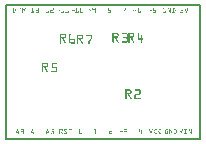
<source format=gto>
G04 MADE WITH FRITZING*
G04 WWW.FRITZING.ORG*
G04 DOUBLE SIDED*
G04 HOLES PLATED*
G04 CONTOUR ON CENTER OF CONTOUR VECTOR*
%ASAXBY*%
%FSLAX23Y23*%
%MOIN*%
%OFA0B0*%
%SFA1.0B1.0*%
%ADD10R,0.653543X0.456693X0.637543X0.440693*%
%ADD11C,0.008000*%
%ADD12R,0.001000X0.001000*%
%LNSILK1*%
G90*
G70*
G54D11*
X4Y453D02*
X650Y453D01*
X650Y4D01*
X4Y4D01*
X4Y453D01*
D02*
G54D12*
X26Y443D02*
X32Y443D01*
X42Y443D02*
X52Y443D01*
X58Y443D02*
X67Y443D01*
X87Y443D02*
X92Y443D01*
X103Y443D02*
X112Y443D01*
X136Y443D02*
X141Y443D01*
X152Y443D02*
X161Y443D01*
X186Y443D02*
X191Y443D01*
X202Y443D02*
X207Y443D01*
X236Y443D02*
X240Y443D01*
X253Y443D02*
X259Y443D01*
X293Y443D02*
X302Y443D01*
X347Y443D02*
X350Y443D01*
X393Y443D02*
X403Y443D01*
X444Y443D02*
X445Y443D01*
X495Y443D02*
X502Y443D01*
X532Y443D02*
X536Y443D01*
X543Y443D02*
X545Y443D01*
X552Y443D02*
X552Y443D01*
X559Y443D02*
X564Y443D01*
X586Y443D02*
X594Y443D01*
X600Y443D02*
X601Y443D01*
X609Y443D02*
X610Y443D01*
X27Y442D02*
X33Y442D01*
X42Y442D02*
X52Y442D01*
X58Y442D02*
X68Y442D01*
X86Y442D02*
X92Y442D01*
X103Y442D02*
X112Y442D01*
X136Y442D02*
X141Y442D01*
X152Y442D02*
X162Y442D01*
X186Y442D02*
X191Y442D01*
X202Y442D02*
X207Y442D01*
X235Y442D02*
X241Y442D01*
X252Y442D02*
X261Y442D01*
X292Y442D02*
X302Y442D01*
X346Y442D02*
X351Y442D01*
X393Y442D02*
X403Y442D01*
X443Y442D02*
X446Y442D01*
X495Y442D02*
X503Y442D01*
X530Y442D02*
X536Y442D01*
X543Y442D02*
X545Y442D01*
X551Y442D02*
X553Y442D01*
X559Y442D02*
X566Y442D01*
X586Y442D02*
X594Y442D01*
X600Y442D02*
X601Y442D01*
X609Y442D02*
X610Y442D01*
X28Y441D02*
X30Y441D01*
X32Y441D02*
X34Y441D01*
X42Y441D02*
X44Y441D01*
X47Y441D02*
X48Y441D01*
X51Y441D02*
X52Y441D01*
X58Y441D02*
X60Y441D01*
X67Y441D02*
X69Y441D01*
X90Y441D02*
X92Y441D01*
X111Y441D02*
X113Y441D01*
X140Y441D02*
X141Y441D01*
X160Y441D02*
X162Y441D01*
X190Y441D02*
X191Y441D01*
X206Y441D02*
X207Y441D01*
X236Y441D02*
X241Y441D01*
X251Y441D02*
X261Y441D01*
X292Y441D02*
X294Y441D01*
X301Y441D02*
X302Y441D01*
X345Y441D02*
X351Y441D01*
X393Y441D02*
X394Y441D01*
X401Y441D02*
X403Y441D01*
X443Y441D02*
X445Y441D01*
X495Y441D02*
X496Y441D01*
X530Y441D02*
X532Y441D01*
X543Y441D02*
X546Y441D01*
X551Y441D02*
X553Y441D01*
X561Y441D02*
X566Y441D01*
X586Y441D02*
X587Y441D01*
X600Y441D02*
X601Y441D01*
X609Y441D02*
X610Y441D01*
X28Y440D02*
X30Y440D01*
X33Y440D02*
X34Y440D01*
X43Y440D02*
X43Y440D01*
X47Y440D02*
X48Y440D01*
X52Y440D02*
X52Y440D01*
X58Y440D02*
X60Y440D01*
X67Y440D02*
X69Y440D01*
X91Y440D02*
X92Y440D01*
X111Y440D02*
X113Y440D01*
X140Y440D02*
X141Y440D01*
X161Y440D02*
X162Y440D01*
X190Y440D02*
X191Y440D01*
X206Y440D02*
X207Y440D01*
X239Y440D02*
X241Y440D01*
X251Y440D02*
X252Y440D01*
X260Y440D02*
X261Y440D01*
X292Y440D02*
X293Y440D01*
X301Y440D02*
X302Y440D01*
X345Y440D02*
X347Y440D01*
X350Y440D02*
X351Y440D01*
X402Y440D02*
X403Y440D01*
X443Y440D02*
X445Y440D01*
X495Y440D02*
X496Y440D01*
X529Y440D02*
X531Y440D01*
X543Y440D02*
X546Y440D01*
X551Y440D02*
X553Y440D01*
X561Y440D02*
X562Y440D01*
X565Y440D02*
X567Y440D01*
X586Y440D02*
X587Y440D01*
X600Y440D02*
X601Y440D01*
X609Y440D02*
X610Y440D01*
X28Y439D02*
X30Y439D01*
X33Y439D02*
X35Y439D01*
X47Y439D02*
X48Y439D01*
X58Y439D02*
X60Y439D01*
X67Y439D02*
X69Y439D01*
X91Y439D02*
X92Y439D01*
X111Y439D02*
X113Y439D01*
X140Y439D02*
X141Y439D01*
X161Y439D02*
X162Y439D01*
X190Y439D02*
X191Y439D01*
X206Y439D02*
X207Y439D01*
X239Y439D02*
X241Y439D01*
X251Y439D02*
X252Y439D01*
X260Y439D02*
X261Y439D01*
X292Y439D02*
X293Y439D01*
X301Y439D02*
X302Y439D01*
X345Y439D02*
X347Y439D01*
X350Y439D02*
X351Y439D01*
X402Y439D02*
X403Y439D01*
X443Y439D02*
X445Y439D01*
X495Y439D02*
X496Y439D01*
X528Y439D02*
X530Y439D01*
X543Y439D02*
X546Y439D01*
X551Y439D02*
X553Y439D01*
X561Y439D02*
X562Y439D01*
X566Y439D02*
X567Y439D01*
X586Y439D02*
X587Y439D01*
X600Y439D02*
X601Y439D01*
X609Y439D02*
X610Y439D01*
X28Y438D02*
X30Y438D01*
X34Y438D02*
X35Y438D01*
X47Y438D02*
X48Y438D01*
X58Y438D02*
X68Y438D01*
X91Y438D02*
X92Y438D01*
X111Y438D02*
X113Y438D01*
X140Y438D02*
X141Y438D01*
X161Y438D02*
X162Y438D01*
X190Y438D02*
X191Y438D01*
X206Y438D02*
X207Y438D01*
X239Y438D02*
X241Y438D01*
X251Y438D02*
X252Y438D01*
X260Y438D02*
X261Y438D01*
X292Y438D02*
X293Y438D01*
X301Y438D02*
X302Y438D01*
X345Y438D02*
X347Y438D01*
X350Y438D02*
X351Y438D01*
X402Y438D02*
X403Y438D01*
X443Y438D02*
X445Y438D01*
X495Y438D02*
X496Y438D01*
X527Y438D02*
X529Y438D01*
X543Y438D02*
X547Y438D01*
X551Y438D02*
X553Y438D01*
X561Y438D02*
X562Y438D01*
X566Y438D02*
X568Y438D01*
X586Y438D02*
X587Y438D01*
X600Y438D02*
X602Y438D01*
X609Y438D02*
X610Y438D01*
X28Y437D02*
X30Y437D01*
X34Y437D02*
X36Y437D01*
X47Y437D02*
X48Y437D01*
X58Y437D02*
X68Y437D01*
X91Y437D02*
X92Y437D01*
X111Y437D02*
X113Y437D01*
X140Y437D02*
X141Y437D01*
X161Y437D02*
X162Y437D01*
X176Y437D02*
X178Y437D01*
X190Y437D02*
X191Y437D01*
X206Y437D02*
X207Y437D01*
X239Y437D02*
X241Y437D01*
X251Y437D02*
X252Y437D01*
X260Y437D02*
X261Y437D01*
X280Y437D02*
X282Y437D01*
X292Y437D02*
X302Y437D01*
X345Y437D02*
X347Y437D01*
X350Y437D02*
X351Y437D01*
X401Y437D02*
X403Y437D01*
X443Y437D02*
X445Y437D01*
X495Y437D02*
X496Y437D01*
X527Y437D02*
X528Y437D01*
X543Y437D02*
X544Y437D01*
X546Y437D02*
X547Y437D01*
X551Y437D02*
X553Y437D01*
X561Y437D02*
X562Y437D01*
X567Y437D02*
X568Y437D01*
X586Y437D02*
X587Y437D01*
X601Y437D02*
X602Y437D01*
X608Y437D02*
X610Y437D01*
X28Y436D02*
X30Y436D01*
X35Y436D02*
X36Y436D01*
X47Y436D02*
X48Y436D01*
X58Y436D02*
X66Y436D01*
X91Y436D02*
X92Y436D01*
X111Y436D02*
X113Y436D01*
X140Y436D02*
X141Y436D01*
X161Y436D02*
X162Y436D01*
X174Y436D02*
X181Y436D01*
X183Y436D02*
X184Y436D01*
X190Y436D02*
X191Y436D01*
X206Y436D02*
X207Y436D01*
X226Y436D02*
X229Y436D01*
X239Y436D02*
X241Y436D01*
X251Y436D02*
X252Y436D01*
X260Y436D02*
X261Y436D01*
X278Y436D02*
X285Y436D01*
X287Y436D02*
X288Y436D01*
X292Y436D02*
X302Y436D01*
X345Y436D02*
X347Y436D01*
X350Y436D02*
X351Y436D01*
X400Y436D02*
X402Y436D01*
X429Y436D02*
X434Y436D01*
X439Y436D02*
X439Y436D01*
X443Y436D02*
X445Y436D01*
X480Y436D02*
X485Y436D01*
X489Y436D02*
X490Y436D01*
X495Y436D02*
X496Y436D01*
X527Y436D02*
X528Y436D01*
X543Y436D02*
X544Y436D01*
X546Y436D02*
X548Y436D01*
X551Y436D02*
X553Y436D01*
X561Y436D02*
X562Y436D01*
X567Y436D02*
X569Y436D01*
X586Y436D02*
X592Y436D01*
X601Y436D02*
X603Y436D01*
X608Y436D02*
X609Y436D01*
X28Y435D02*
X30Y435D01*
X35Y435D02*
X36Y435D01*
X47Y435D02*
X48Y435D01*
X58Y435D02*
X60Y435D01*
X63Y435D02*
X64Y435D01*
X91Y435D02*
X92Y435D01*
X105Y435D02*
X112Y435D01*
X140Y435D02*
X141Y435D01*
X153Y435D02*
X162Y435D01*
X174Y435D02*
X175Y435D01*
X178Y435D02*
X184Y435D01*
X190Y435D02*
X191Y435D01*
X206Y435D02*
X207Y435D01*
X225Y435D02*
X235Y435D01*
X239Y435D02*
X241Y435D01*
X251Y435D02*
X252Y435D01*
X260Y435D02*
X261Y435D01*
X278Y435D02*
X279Y435D01*
X282Y435D02*
X288Y435D01*
X301Y435D02*
X302Y435D01*
X344Y435D02*
X352Y435D01*
X399Y435D02*
X401Y435D01*
X429Y435D02*
X439Y435D01*
X443Y435D02*
X445Y435D01*
X480Y435D02*
X490Y435D01*
X495Y435D02*
X502Y435D01*
X526Y435D02*
X528Y435D01*
X543Y435D02*
X544Y435D01*
X547Y435D02*
X548Y435D01*
X551Y435D02*
X553Y435D01*
X561Y435D02*
X562Y435D01*
X568Y435D02*
X569Y435D01*
X586Y435D02*
X594Y435D01*
X602Y435D02*
X603Y435D01*
X607Y435D02*
X609Y435D01*
X28Y434D02*
X30Y434D01*
X35Y434D02*
X36Y434D01*
X47Y434D02*
X48Y434D01*
X58Y434D02*
X60Y434D01*
X63Y434D02*
X65Y434D01*
X91Y434D02*
X92Y434D01*
X105Y434D02*
X112Y434D01*
X140Y434D02*
X141Y434D01*
X152Y434D02*
X161Y434D01*
X181Y434D02*
X183Y434D01*
X190Y434D02*
X191Y434D01*
X206Y434D02*
X207Y434D01*
X224Y434D02*
X225Y434D01*
X229Y434D02*
X234Y434D01*
X239Y434D02*
X241Y434D01*
X251Y434D02*
X252Y434D01*
X260Y434D02*
X261Y434D01*
X285Y434D02*
X286Y434D01*
X301Y434D02*
X302Y434D01*
X343Y434D02*
X353Y434D01*
X398Y434D02*
X400Y434D01*
X429Y434D02*
X429Y434D01*
X435Y434D02*
X438Y434D01*
X443Y434D02*
X445Y434D01*
X485Y434D02*
X489Y434D01*
X495Y434D02*
X503Y434D01*
X526Y434D02*
X528Y434D01*
X543Y434D02*
X544Y434D01*
X547Y434D02*
X549Y434D01*
X551Y434D02*
X553Y434D01*
X561Y434D02*
X562Y434D01*
X567Y434D02*
X569Y434D01*
X586Y434D02*
X594Y434D01*
X602Y434D02*
X603Y434D01*
X607Y434D02*
X609Y434D01*
X28Y433D02*
X30Y433D01*
X34Y433D02*
X36Y433D01*
X47Y433D02*
X48Y433D01*
X58Y433D02*
X60Y433D01*
X64Y433D02*
X66Y433D01*
X91Y433D02*
X92Y433D01*
X95Y433D02*
X96Y433D01*
X111Y433D02*
X113Y433D01*
X140Y433D02*
X141Y433D01*
X145Y433D02*
X146Y433D01*
X152Y433D02*
X153Y433D01*
X190Y433D02*
X191Y433D01*
X194Y433D02*
X196Y433D01*
X206Y433D02*
X207Y433D01*
X211Y433D02*
X212Y433D01*
X232Y433D02*
X232Y433D01*
X239Y433D02*
X241Y433D01*
X244Y433D02*
X245Y433D01*
X251Y433D02*
X252Y433D01*
X260Y433D02*
X261Y433D01*
X301Y433D02*
X302Y433D01*
X343Y433D02*
X345Y433D01*
X352Y433D02*
X353Y433D01*
X397Y433D02*
X399Y433D01*
X443Y433D02*
X453Y433D01*
X501Y433D02*
X503Y433D01*
X526Y433D02*
X528Y433D01*
X532Y433D02*
X537Y433D01*
X543Y433D02*
X544Y433D01*
X548Y433D02*
X549Y433D01*
X551Y433D02*
X553Y433D01*
X561Y433D02*
X562Y433D01*
X567Y433D02*
X569Y433D01*
X593Y433D02*
X594Y433D01*
X602Y433D02*
X604Y433D01*
X607Y433D02*
X608Y433D01*
X28Y432D02*
X30Y432D01*
X34Y432D02*
X35Y432D01*
X47Y432D02*
X48Y432D01*
X58Y432D02*
X60Y432D01*
X65Y432D02*
X66Y432D01*
X91Y432D02*
X92Y432D01*
X95Y432D02*
X97Y432D01*
X111Y432D02*
X113Y432D01*
X140Y432D02*
X141Y432D01*
X145Y432D02*
X146Y432D01*
X152Y432D02*
X153Y432D01*
X190Y432D02*
X191Y432D01*
X194Y432D02*
X196Y432D01*
X206Y432D02*
X207Y432D01*
X211Y432D02*
X212Y432D01*
X239Y432D02*
X241Y432D01*
X244Y432D02*
X245Y432D01*
X251Y432D02*
X252Y432D01*
X260Y432D02*
X261Y432D01*
X301Y432D02*
X302Y432D01*
X343Y432D02*
X344Y432D01*
X352Y432D02*
X353Y432D01*
X397Y432D02*
X398Y432D01*
X443Y432D02*
X454Y432D01*
X501Y432D02*
X503Y432D01*
X526Y432D02*
X528Y432D01*
X532Y432D02*
X537Y432D01*
X543Y432D02*
X544Y432D01*
X548Y432D02*
X553Y432D01*
X561Y432D02*
X562Y432D01*
X567Y432D02*
X568Y432D01*
X593Y432D02*
X594Y432D01*
X603Y432D02*
X604Y432D01*
X606Y432D02*
X608Y432D01*
X28Y431D02*
X30Y431D01*
X33Y431D02*
X35Y431D01*
X47Y431D02*
X48Y431D01*
X58Y431D02*
X60Y431D01*
X65Y431D02*
X67Y431D01*
X91Y431D02*
X92Y431D01*
X95Y431D02*
X97Y431D01*
X111Y431D02*
X113Y431D01*
X140Y431D02*
X141Y431D01*
X145Y431D02*
X146Y431D01*
X152Y431D02*
X153Y431D01*
X190Y431D02*
X191Y431D01*
X194Y431D02*
X196Y431D01*
X206Y431D02*
X207Y431D01*
X211Y431D02*
X212Y431D01*
X239Y431D02*
X241Y431D01*
X244Y431D02*
X245Y431D01*
X251Y431D02*
X252Y431D01*
X260Y431D02*
X261Y431D01*
X301Y431D02*
X302Y431D01*
X343Y431D02*
X344Y431D01*
X352Y431D02*
X353Y431D01*
X397Y431D02*
X398Y431D01*
X443Y431D02*
X445Y431D01*
X452Y431D02*
X454Y431D01*
X501Y431D02*
X503Y431D01*
X526Y431D02*
X528Y431D01*
X535Y431D02*
X537Y431D01*
X543Y431D02*
X544Y431D01*
X548Y431D02*
X553Y431D01*
X561Y431D02*
X562Y431D01*
X566Y431D02*
X568Y431D01*
X593Y431D02*
X594Y431D01*
X603Y431D02*
X607Y431D01*
X28Y430D02*
X30Y430D01*
X33Y430D02*
X34Y430D01*
X47Y430D02*
X48Y430D01*
X58Y430D02*
X60Y430D01*
X66Y430D02*
X67Y430D01*
X91Y430D02*
X92Y430D01*
X95Y430D02*
X97Y430D01*
X111Y430D02*
X113Y430D01*
X140Y430D02*
X141Y430D01*
X145Y430D02*
X146Y430D01*
X152Y430D02*
X153Y430D01*
X190Y430D02*
X191Y430D01*
X194Y430D02*
X196Y430D01*
X206Y430D02*
X207Y430D01*
X211Y430D02*
X212Y430D01*
X239Y430D02*
X241Y430D01*
X244Y430D02*
X245Y430D01*
X251Y430D02*
X252Y430D01*
X260Y430D02*
X261Y430D01*
X301Y430D02*
X302Y430D01*
X343Y430D02*
X344Y430D01*
X352Y430D02*
X353Y430D01*
X397Y430D02*
X398Y430D01*
X443Y430D02*
X445Y430D01*
X452Y430D02*
X454Y430D01*
X501Y430D02*
X503Y430D01*
X526Y430D02*
X528Y430D01*
X535Y430D02*
X537Y430D01*
X543Y430D02*
X544Y430D01*
X549Y430D02*
X553Y430D01*
X561Y430D02*
X562Y430D01*
X566Y430D02*
X567Y430D01*
X593Y430D02*
X594Y430D01*
X603Y430D02*
X607Y430D01*
X28Y429D02*
X30Y429D01*
X32Y429D02*
X34Y429D01*
X47Y429D02*
X48Y429D01*
X58Y429D02*
X60Y429D01*
X66Y429D02*
X68Y429D01*
X91Y429D02*
X92Y429D01*
X95Y429D02*
X97Y429D01*
X111Y429D02*
X113Y429D01*
X140Y429D02*
X141Y429D01*
X145Y429D02*
X146Y429D01*
X152Y429D02*
X153Y429D01*
X190Y429D02*
X191Y429D01*
X194Y429D02*
X196Y429D01*
X206Y429D02*
X207Y429D01*
X211Y429D02*
X212Y429D01*
X239Y429D02*
X241Y429D01*
X244Y429D02*
X245Y429D01*
X251Y429D02*
X252Y429D01*
X260Y429D02*
X261Y429D01*
X301Y429D02*
X302Y429D01*
X343Y429D02*
X344Y429D01*
X352Y429D02*
X353Y429D01*
X397Y429D02*
X398Y429D01*
X443Y429D02*
X445Y429D01*
X452Y429D02*
X454Y429D01*
X501Y429D02*
X503Y429D01*
X526Y429D02*
X528Y429D01*
X535Y429D02*
X537Y429D01*
X543Y429D02*
X544Y429D01*
X549Y429D02*
X553Y429D01*
X561Y429D02*
X562Y429D01*
X565Y429D02*
X567Y429D01*
X584Y429D02*
X585Y429D01*
X593Y429D02*
X594Y429D01*
X604Y429D02*
X607Y429D01*
X26Y428D02*
X33Y428D01*
X47Y428D02*
X48Y428D01*
X58Y428D02*
X60Y428D01*
X67Y428D02*
X68Y428D01*
X87Y428D02*
X97Y428D01*
X103Y428D02*
X113Y428D01*
X137Y428D02*
X146Y428D01*
X152Y428D02*
X161Y428D01*
X186Y428D02*
X196Y428D01*
X202Y428D02*
X212Y428D01*
X239Y428D02*
X241Y428D01*
X244Y428D02*
X245Y428D01*
X251Y428D02*
X253Y428D01*
X260Y428D02*
X261Y428D01*
X301Y428D02*
X302Y428D01*
X343Y428D02*
X345Y428D01*
X352Y428D02*
X353Y428D01*
X397Y428D02*
X398Y428D01*
X443Y428D02*
X454Y428D01*
X493Y428D02*
X503Y428D01*
X527Y428D02*
X536Y428D01*
X543Y428D02*
X544Y428D01*
X550Y428D02*
X553Y428D01*
X560Y428D02*
X566Y428D01*
X584Y428D02*
X594Y428D01*
X604Y428D02*
X606Y428D01*
X26Y427D02*
X32Y427D01*
X47Y427D02*
X48Y427D01*
X59Y427D02*
X59Y427D01*
X67Y427D02*
X68Y427D01*
X86Y427D02*
X96Y427D01*
X103Y427D02*
X112Y427D01*
X136Y427D02*
X146Y427D01*
X152Y427D02*
X162Y427D01*
X186Y427D02*
X196Y427D01*
X202Y427D02*
X212Y427D01*
X235Y427D02*
X245Y427D01*
X251Y427D02*
X261Y427D01*
X300Y427D02*
X302Y427D01*
X343Y427D02*
X353Y427D01*
X397Y427D02*
X398Y427D01*
X443Y427D02*
X453Y427D01*
X493Y427D02*
X502Y427D01*
X527Y427D02*
X536Y427D01*
X543Y427D02*
X544Y427D01*
X550Y427D02*
X553Y427D01*
X559Y427D02*
X566Y427D01*
X585Y427D02*
X593Y427D01*
X605Y427D02*
X606Y427D01*
X87Y426D02*
X96Y426D01*
X103Y426D02*
X111Y426D01*
X136Y426D02*
X145Y426D01*
X152Y426D02*
X161Y426D01*
X187Y426D02*
X194Y426D01*
X203Y426D02*
X211Y426D01*
X235Y426D02*
X245Y426D01*
X252Y426D02*
X260Y426D01*
X301Y426D02*
X301Y426D01*
X344Y426D02*
X352Y426D01*
X444Y426D02*
X453Y426D01*
X495Y426D02*
X501Y426D01*
X529Y426D02*
X534Y426D01*
X543Y426D02*
X543Y426D01*
X551Y426D02*
X553Y426D01*
X559Y426D02*
X564Y426D01*
X360Y358D02*
X375Y358D01*
X390Y358D02*
X407Y358D01*
X412Y358D02*
X427Y358D01*
X444Y358D02*
X445Y358D01*
X359Y357D02*
X377Y357D01*
X390Y357D02*
X408Y357D01*
X412Y357D02*
X429Y357D01*
X443Y357D02*
X446Y357D01*
X184Y356D02*
X197Y356D01*
X216Y356D02*
X217Y356D01*
X359Y356D02*
X378Y356D01*
X390Y356D02*
X409Y356D01*
X412Y356D02*
X430Y356D01*
X443Y356D02*
X446Y356D01*
X184Y355D02*
X201Y355D01*
X214Y355D02*
X219Y355D01*
X359Y355D02*
X378Y355D01*
X390Y355D02*
X409Y355D01*
X412Y355D02*
X430Y355D01*
X443Y355D02*
X446Y355D01*
X184Y354D02*
X202Y354D01*
X214Y354D02*
X219Y354D01*
X359Y354D02*
X363Y354D01*
X375Y354D02*
X379Y354D01*
X406Y354D02*
X409Y354D01*
X412Y354D02*
X415Y354D01*
X426Y354D02*
X431Y354D01*
X443Y354D02*
X446Y354D01*
X456Y354D02*
X458Y354D01*
X184Y353D02*
X203Y353D01*
X214Y353D02*
X219Y353D01*
X359Y353D02*
X363Y353D01*
X376Y353D02*
X379Y353D01*
X406Y353D02*
X409Y353D01*
X412Y353D02*
X415Y353D01*
X428Y353D02*
X431Y353D01*
X443Y353D02*
X446Y353D01*
X455Y353D02*
X458Y353D01*
X184Y352D02*
X203Y352D01*
X214Y352D02*
X218Y352D01*
X241Y352D02*
X257Y352D01*
X272Y352D02*
X291Y352D01*
X359Y352D02*
X363Y352D01*
X376Y352D02*
X379Y352D01*
X406Y352D02*
X409Y352D01*
X412Y352D02*
X415Y352D01*
X428Y352D02*
X431Y352D01*
X443Y352D02*
X446Y352D01*
X455Y352D02*
X458Y352D01*
X184Y351D02*
X187Y351D01*
X200Y351D02*
X204Y351D01*
X214Y351D02*
X217Y351D01*
X241Y351D02*
X259Y351D01*
X271Y351D02*
X291Y351D01*
X359Y351D02*
X363Y351D01*
X376Y351D02*
X379Y351D01*
X406Y351D02*
X409Y351D01*
X412Y351D02*
X415Y351D01*
X428Y351D02*
X431Y351D01*
X443Y351D02*
X446Y351D01*
X455Y351D02*
X458Y351D01*
X184Y350D02*
X187Y350D01*
X200Y350D02*
X204Y350D01*
X214Y350D02*
X217Y350D01*
X241Y350D02*
X260Y350D01*
X271Y350D02*
X291Y350D01*
X359Y350D02*
X363Y350D01*
X376Y350D02*
X379Y350D01*
X406Y350D02*
X409Y350D01*
X412Y350D02*
X415Y350D01*
X428Y350D02*
X431Y350D01*
X443Y350D02*
X446Y350D01*
X455Y350D02*
X458Y350D01*
X184Y349D02*
X187Y349D01*
X200Y349D02*
X204Y349D01*
X214Y349D02*
X217Y349D01*
X241Y349D02*
X260Y349D01*
X271Y349D02*
X291Y349D01*
X359Y349D02*
X363Y349D01*
X376Y349D02*
X379Y349D01*
X406Y349D02*
X409Y349D01*
X412Y349D02*
X415Y349D01*
X428Y349D02*
X431Y349D01*
X443Y349D02*
X446Y349D01*
X455Y349D02*
X458Y349D01*
X184Y348D02*
X187Y348D01*
X200Y348D02*
X204Y348D01*
X214Y348D02*
X217Y348D01*
X241Y348D02*
X244Y348D01*
X257Y348D02*
X261Y348D01*
X271Y348D02*
X274Y348D01*
X288Y348D02*
X291Y348D01*
X359Y348D02*
X363Y348D01*
X375Y348D02*
X379Y348D01*
X406Y348D02*
X409Y348D01*
X412Y348D02*
X415Y348D01*
X427Y348D02*
X431Y348D01*
X443Y348D02*
X446Y348D01*
X455Y348D02*
X458Y348D01*
X184Y347D02*
X187Y347D01*
X200Y347D02*
X204Y347D01*
X214Y347D02*
X217Y347D01*
X241Y347D02*
X244Y347D01*
X258Y347D02*
X261Y347D01*
X273Y347D02*
X273Y347D01*
X288Y347D02*
X291Y347D01*
X359Y347D02*
X378Y347D01*
X406Y347D02*
X409Y347D01*
X412Y347D02*
X431Y347D01*
X443Y347D02*
X446Y347D01*
X455Y347D02*
X458Y347D01*
X184Y346D02*
X187Y346D01*
X200Y346D02*
X203Y346D01*
X214Y346D02*
X217Y346D01*
X241Y346D02*
X244Y346D01*
X258Y346D02*
X261Y346D01*
X288Y346D02*
X291Y346D01*
X359Y346D02*
X378Y346D01*
X406Y346D02*
X409Y346D01*
X412Y346D02*
X430Y346D01*
X443Y346D02*
X446Y346D01*
X455Y346D02*
X458Y346D01*
X184Y345D02*
X203Y345D01*
X214Y345D02*
X217Y345D01*
X241Y345D02*
X244Y345D01*
X258Y345D02*
X261Y345D01*
X288Y345D02*
X291Y345D01*
X359Y345D02*
X377Y345D01*
X405Y345D02*
X409Y345D01*
X412Y345D02*
X429Y345D01*
X443Y345D02*
X446Y345D01*
X455Y345D02*
X458Y345D01*
X184Y344D02*
X202Y344D01*
X214Y344D02*
X217Y344D01*
X241Y344D02*
X244Y344D01*
X258Y344D02*
X261Y344D01*
X288Y344D02*
X291Y344D01*
X359Y344D02*
X375Y344D01*
X395Y344D02*
X409Y344D01*
X412Y344D02*
X427Y344D01*
X443Y344D02*
X446Y344D01*
X455Y344D02*
X458Y344D01*
X184Y343D02*
X202Y343D01*
X214Y343D02*
X217Y343D01*
X241Y343D02*
X244Y343D01*
X257Y343D02*
X261Y343D01*
X288Y343D02*
X291Y343D01*
X359Y343D02*
X363Y343D01*
X367Y343D02*
X371Y343D01*
X394Y343D02*
X408Y343D01*
X412Y343D02*
X415Y343D01*
X419Y343D02*
X423Y343D01*
X443Y343D02*
X446Y343D01*
X455Y343D02*
X458Y343D01*
X184Y342D02*
X200Y342D01*
X214Y342D02*
X217Y342D01*
X241Y342D02*
X260Y342D01*
X288Y342D02*
X291Y342D01*
X359Y342D02*
X363Y342D01*
X367Y342D02*
X371Y342D01*
X394Y342D02*
X408Y342D01*
X412Y342D02*
X415Y342D01*
X420Y342D02*
X423Y342D01*
X443Y342D02*
X446Y342D01*
X455Y342D02*
X458Y342D01*
X184Y341D02*
X187Y341D01*
X191Y341D02*
X195Y341D01*
X214Y341D02*
X217Y341D01*
X241Y341D02*
X260Y341D01*
X287Y341D02*
X291Y341D01*
X359Y341D02*
X363Y341D01*
X368Y341D02*
X372Y341D01*
X394Y341D02*
X408Y341D01*
X412Y341D02*
X415Y341D01*
X420Y341D02*
X424Y341D01*
X443Y341D02*
X446Y341D01*
X455Y341D02*
X458Y341D01*
X184Y340D02*
X187Y340D01*
X192Y340D02*
X196Y340D01*
X214Y340D02*
X217Y340D01*
X241Y340D02*
X259Y340D01*
X286Y340D02*
X291Y340D01*
X359Y340D02*
X363Y340D01*
X369Y340D02*
X373Y340D01*
X404Y340D02*
X409Y340D01*
X412Y340D02*
X415Y340D01*
X421Y340D02*
X425Y340D01*
X443Y340D02*
X460Y340D01*
X184Y339D02*
X187Y339D01*
X192Y339D02*
X196Y339D01*
X214Y339D02*
X217Y339D01*
X241Y339D02*
X258Y339D01*
X285Y339D02*
X291Y339D01*
X359Y339D02*
X363Y339D01*
X369Y339D02*
X373Y339D01*
X406Y339D02*
X409Y339D01*
X412Y339D02*
X415Y339D01*
X421Y339D02*
X425Y339D01*
X443Y339D02*
X460Y339D01*
X184Y338D02*
X187Y338D01*
X193Y338D02*
X197Y338D01*
X214Y338D02*
X233Y338D01*
X241Y338D02*
X255Y338D01*
X284Y338D02*
X290Y338D01*
X359Y338D02*
X363Y338D01*
X370Y338D02*
X374Y338D01*
X406Y338D02*
X409Y338D01*
X412Y338D02*
X415Y338D01*
X422Y338D02*
X426Y338D01*
X443Y338D02*
X460Y338D01*
X184Y337D02*
X187Y337D01*
X193Y337D02*
X197Y337D01*
X214Y337D02*
X233Y337D01*
X241Y337D02*
X244Y337D01*
X249Y337D02*
X253Y337D01*
X283Y337D02*
X288Y337D01*
X359Y337D02*
X363Y337D01*
X370Y337D02*
X374Y337D01*
X406Y337D02*
X409Y337D01*
X412Y337D02*
X415Y337D01*
X422Y337D02*
X426Y337D01*
X443Y337D02*
X460Y337D01*
X184Y336D02*
X187Y336D01*
X194Y336D02*
X198Y336D01*
X214Y336D02*
X234Y336D01*
X241Y336D02*
X244Y336D01*
X249Y336D02*
X253Y336D01*
X282Y336D02*
X287Y336D01*
X359Y336D02*
X363Y336D01*
X371Y336D02*
X375Y336D01*
X406Y336D02*
X409Y336D01*
X412Y336D02*
X415Y336D01*
X423Y336D02*
X427Y336D01*
X455Y336D02*
X458Y336D01*
X184Y335D02*
X187Y335D01*
X195Y335D02*
X199Y335D01*
X214Y335D02*
X234Y335D01*
X241Y335D02*
X244Y335D01*
X250Y335D02*
X254Y335D01*
X281Y335D02*
X286Y335D01*
X359Y335D02*
X363Y335D01*
X372Y335D02*
X375Y335D01*
X406Y335D02*
X409Y335D01*
X412Y335D02*
X415Y335D01*
X424Y335D02*
X428Y335D01*
X455Y335D02*
X458Y335D01*
X184Y334D02*
X187Y334D01*
X195Y334D02*
X199Y334D01*
X214Y334D02*
X217Y334D01*
X230Y334D02*
X234Y334D01*
X241Y334D02*
X244Y334D01*
X251Y334D02*
X254Y334D01*
X280Y334D02*
X285Y334D01*
X359Y334D02*
X363Y334D01*
X372Y334D02*
X376Y334D01*
X406Y334D02*
X409Y334D01*
X412Y334D02*
X415Y334D01*
X424Y334D02*
X428Y334D01*
X455Y334D02*
X458Y334D01*
X184Y333D02*
X187Y333D01*
X196Y333D02*
X200Y333D01*
X214Y333D02*
X217Y333D01*
X230Y333D02*
X234Y333D01*
X241Y333D02*
X244Y333D01*
X251Y333D02*
X255Y333D01*
X279Y333D02*
X284Y333D01*
X359Y333D02*
X363Y333D01*
X373Y333D02*
X377Y333D01*
X406Y333D02*
X409Y333D01*
X412Y333D02*
X415Y333D01*
X425Y333D02*
X429Y333D01*
X455Y333D02*
X458Y333D01*
X184Y332D02*
X187Y332D01*
X196Y332D02*
X200Y332D01*
X214Y332D02*
X217Y332D01*
X230Y332D02*
X234Y332D01*
X241Y332D02*
X244Y332D01*
X252Y332D02*
X256Y332D01*
X279Y332D02*
X283Y332D01*
X359Y332D02*
X363Y332D01*
X373Y332D02*
X377Y332D01*
X406Y332D02*
X409Y332D01*
X412Y332D02*
X415Y332D01*
X425Y332D02*
X429Y332D01*
X455Y332D02*
X458Y332D01*
X184Y331D02*
X187Y331D01*
X197Y331D02*
X201Y331D01*
X214Y331D02*
X217Y331D01*
X230Y331D02*
X234Y331D01*
X241Y331D02*
X244Y331D01*
X252Y331D02*
X256Y331D01*
X279Y331D02*
X283Y331D01*
X359Y331D02*
X363Y331D01*
X374Y331D02*
X378Y331D01*
X406Y331D02*
X409Y331D01*
X412Y331D02*
X415Y331D01*
X426Y331D02*
X430Y331D01*
X455Y331D02*
X458Y331D01*
X184Y330D02*
X187Y330D01*
X198Y330D02*
X201Y330D01*
X214Y330D02*
X217Y330D01*
X230Y330D02*
X234Y330D01*
X241Y330D02*
X244Y330D01*
X253Y330D02*
X257Y330D01*
X279Y330D02*
X283Y330D01*
X359Y330D02*
X363Y330D01*
X374Y330D02*
X378Y330D01*
X391Y330D02*
X409Y330D01*
X412Y330D02*
X415Y330D01*
X427Y330D02*
X430Y330D01*
X455Y330D02*
X458Y330D01*
X184Y329D02*
X187Y329D01*
X198Y329D02*
X202Y329D01*
X214Y329D02*
X217Y329D01*
X230Y329D02*
X234Y329D01*
X241Y329D02*
X244Y329D01*
X253Y329D02*
X257Y329D01*
X279Y329D02*
X283Y329D01*
X359Y329D02*
X363Y329D01*
X375Y329D02*
X379Y329D01*
X390Y329D02*
X409Y329D01*
X412Y329D02*
X415Y329D01*
X427Y329D02*
X431Y329D01*
X455Y329D02*
X458Y329D01*
X184Y328D02*
X187Y328D01*
X199Y328D02*
X203Y328D01*
X214Y328D02*
X217Y328D01*
X230Y328D02*
X234Y328D01*
X241Y328D02*
X244Y328D01*
X254Y328D02*
X258Y328D01*
X279Y328D02*
X283Y328D01*
X359Y328D02*
X363Y328D01*
X376Y328D02*
X379Y328D01*
X389Y328D02*
X408Y328D01*
X412Y328D02*
X415Y328D01*
X428Y328D02*
X431Y328D01*
X455Y328D02*
X458Y328D01*
X184Y327D02*
X187Y327D01*
X199Y327D02*
X203Y327D01*
X214Y327D02*
X234Y327D01*
X241Y327D02*
X244Y327D01*
X255Y327D02*
X259Y327D01*
X279Y327D02*
X283Y327D01*
X360Y327D02*
X362Y327D01*
X376Y327D02*
X379Y327D01*
X390Y327D02*
X408Y327D01*
X412Y327D02*
X415Y327D01*
X428Y327D02*
X431Y327D01*
X455Y327D02*
X458Y327D01*
X184Y326D02*
X187Y326D01*
X200Y326D02*
X204Y326D01*
X214Y326D02*
X234Y326D01*
X241Y326D02*
X244Y326D01*
X255Y326D02*
X259Y326D01*
X279Y326D02*
X283Y326D01*
X361Y326D02*
X361Y326D01*
X391Y326D02*
X405Y326D01*
X413Y326D02*
X413Y326D01*
X430Y326D02*
X430Y326D01*
X456Y326D02*
X457Y326D01*
X184Y325D02*
X187Y325D01*
X222Y325D02*
X233Y325D01*
X241Y325D02*
X244Y325D01*
X256Y325D02*
X260Y325D01*
X279Y325D02*
X283Y325D01*
X185Y324D02*
X186Y324D01*
X222Y324D02*
X233Y324D01*
X241Y324D02*
X244Y324D01*
X256Y324D02*
X260Y324D01*
X279Y324D02*
X283Y324D01*
X241Y323D02*
X244Y323D01*
X279Y323D02*
X283Y323D01*
X241Y322D02*
X244Y322D01*
X279Y322D02*
X282Y322D01*
X242Y321D02*
X244Y321D01*
X280Y321D02*
X282Y321D01*
X124Y259D02*
X139Y259D01*
X158Y259D02*
X172Y259D01*
X124Y258D02*
X141Y258D01*
X158Y258D02*
X173Y258D01*
X124Y257D02*
X142Y257D01*
X158Y257D02*
X173Y257D01*
X124Y256D02*
X143Y256D01*
X158Y256D02*
X173Y256D01*
X124Y255D02*
X127Y255D01*
X139Y255D02*
X143Y255D01*
X158Y255D02*
X161Y255D01*
X124Y254D02*
X127Y254D01*
X140Y254D02*
X143Y254D01*
X158Y254D02*
X161Y254D01*
X124Y253D02*
X127Y253D01*
X140Y253D02*
X143Y253D01*
X158Y253D02*
X161Y253D01*
X124Y252D02*
X127Y252D01*
X140Y252D02*
X143Y252D01*
X158Y252D02*
X161Y252D01*
X124Y251D02*
X127Y251D01*
X140Y251D02*
X143Y251D01*
X158Y251D02*
X161Y251D01*
X124Y250D02*
X127Y250D01*
X140Y250D02*
X143Y250D01*
X158Y250D02*
X161Y250D01*
X124Y249D02*
X127Y249D01*
X138Y249D02*
X143Y249D01*
X158Y249D02*
X161Y249D01*
X124Y248D02*
X142Y248D01*
X158Y248D02*
X161Y248D01*
X124Y247D02*
X142Y247D01*
X158Y247D02*
X161Y247D01*
X124Y246D02*
X141Y246D01*
X158Y246D02*
X161Y246D01*
X124Y245D02*
X139Y245D01*
X158Y245D02*
X171Y245D01*
X124Y244D02*
X127Y244D01*
X131Y244D02*
X135Y244D01*
X158Y244D02*
X172Y244D01*
X124Y243D02*
X127Y243D01*
X132Y243D02*
X136Y243D01*
X158Y243D02*
X173Y243D01*
X124Y242D02*
X127Y242D01*
X132Y242D02*
X136Y242D01*
X158Y242D02*
X173Y242D01*
X124Y241D02*
X127Y241D01*
X133Y241D02*
X137Y241D01*
X170Y241D02*
X173Y241D01*
X124Y240D02*
X127Y240D01*
X133Y240D02*
X137Y240D01*
X170Y240D02*
X173Y240D01*
X124Y239D02*
X127Y239D01*
X134Y239D02*
X138Y239D01*
X170Y239D02*
X173Y239D01*
X124Y238D02*
X127Y238D01*
X135Y238D02*
X138Y238D01*
X170Y238D02*
X173Y238D01*
X124Y237D02*
X127Y237D01*
X135Y237D02*
X139Y237D01*
X170Y237D02*
X173Y237D01*
X124Y236D02*
X127Y236D01*
X136Y236D02*
X140Y236D01*
X170Y236D02*
X173Y236D01*
X124Y235D02*
X127Y235D01*
X136Y235D02*
X140Y235D01*
X170Y235D02*
X173Y235D01*
X124Y234D02*
X127Y234D01*
X137Y234D02*
X141Y234D01*
X170Y234D02*
X173Y234D01*
X124Y233D02*
X127Y233D01*
X137Y233D02*
X141Y233D01*
X170Y233D02*
X173Y233D01*
X124Y232D02*
X127Y232D01*
X138Y232D02*
X142Y232D01*
X154Y232D02*
X157Y232D01*
X170Y232D02*
X173Y232D01*
X124Y231D02*
X127Y231D01*
X139Y231D02*
X143Y231D01*
X154Y231D02*
X173Y231D01*
X124Y230D02*
X127Y230D01*
X139Y230D02*
X143Y230D01*
X154Y230D02*
X173Y230D01*
X124Y229D02*
X127Y229D01*
X140Y229D02*
X143Y229D01*
X155Y229D02*
X173Y229D01*
X124Y228D02*
X126Y228D01*
X140Y228D02*
X143Y228D01*
X157Y228D02*
X172Y228D01*
X402Y170D02*
X418Y170D01*
X433Y170D02*
X449Y170D01*
X402Y169D02*
X419Y169D01*
X432Y169D02*
X451Y169D01*
X402Y168D02*
X420Y168D01*
X432Y168D02*
X451Y168D01*
X402Y167D02*
X421Y167D01*
X433Y167D02*
X452Y167D01*
X402Y166D02*
X406Y166D01*
X417Y166D02*
X422Y166D01*
X448Y166D02*
X452Y166D01*
X402Y165D02*
X405Y165D01*
X418Y165D02*
X422Y165D01*
X449Y165D02*
X452Y165D01*
X402Y164D02*
X405Y164D01*
X419Y164D02*
X422Y164D01*
X449Y164D02*
X452Y164D01*
X402Y163D02*
X405Y163D01*
X419Y163D02*
X422Y163D01*
X449Y163D02*
X452Y163D01*
X402Y162D02*
X405Y162D01*
X419Y162D02*
X422Y162D01*
X449Y162D02*
X452Y162D01*
X402Y161D02*
X405Y161D01*
X418Y161D02*
X422Y161D01*
X449Y161D02*
X452Y161D01*
X402Y160D02*
X406Y160D01*
X417Y160D02*
X422Y160D01*
X449Y160D02*
X452Y160D01*
X402Y159D02*
X421Y159D01*
X449Y159D02*
X452Y159D01*
X402Y158D02*
X420Y158D01*
X449Y158D02*
X452Y158D01*
X402Y157D02*
X419Y157D01*
X449Y157D02*
X452Y157D01*
X402Y156D02*
X418Y156D01*
X435Y156D02*
X452Y156D01*
X402Y155D02*
X405Y155D01*
X410Y155D02*
X414Y155D01*
X433Y155D02*
X452Y155D01*
X402Y154D02*
X405Y154D01*
X410Y154D02*
X414Y154D01*
X433Y154D02*
X451Y154D01*
X402Y153D02*
X405Y153D01*
X411Y153D02*
X415Y153D01*
X432Y153D02*
X450Y153D01*
X402Y152D02*
X405Y152D01*
X411Y152D02*
X415Y152D01*
X432Y152D02*
X436Y152D01*
X402Y151D02*
X405Y151D01*
X412Y151D02*
X416Y151D01*
X432Y151D02*
X435Y151D01*
X402Y150D02*
X405Y150D01*
X412Y150D02*
X416Y150D01*
X432Y150D02*
X435Y150D01*
X402Y149D02*
X405Y149D01*
X413Y149D02*
X417Y149D01*
X432Y149D02*
X435Y149D01*
X402Y148D02*
X405Y148D01*
X414Y148D02*
X418Y148D01*
X432Y148D02*
X435Y148D01*
X402Y147D02*
X405Y147D01*
X414Y147D02*
X418Y147D01*
X432Y147D02*
X435Y147D01*
X402Y146D02*
X405Y146D01*
X415Y146D02*
X419Y146D01*
X432Y146D02*
X435Y146D01*
X402Y145D02*
X405Y145D01*
X415Y145D02*
X419Y145D01*
X432Y145D02*
X435Y145D01*
X402Y144D02*
X405Y144D01*
X416Y144D02*
X420Y144D01*
X432Y144D02*
X435Y144D01*
X402Y143D02*
X405Y143D01*
X417Y143D02*
X421Y143D01*
X432Y143D02*
X435Y143D01*
X402Y142D02*
X405Y142D01*
X417Y142D02*
X421Y142D01*
X432Y142D02*
X450Y142D01*
X402Y141D02*
X405Y141D01*
X418Y141D02*
X422Y141D01*
X432Y141D02*
X452Y141D01*
X402Y140D02*
X405Y140D01*
X418Y140D02*
X422Y140D01*
X432Y140D02*
X452Y140D01*
X402Y139D02*
X405Y139D01*
X419Y139D02*
X422Y139D01*
X432Y139D02*
X452Y139D01*
X404Y138D02*
X404Y138D01*
X433Y138D02*
X450Y138D01*
X54Y39D02*
X61Y39D01*
X248Y39D02*
X256Y39D01*
X349Y39D02*
X357Y39D01*
X41Y38D02*
X42Y38D01*
X53Y38D02*
X62Y38D01*
X91Y38D02*
X92Y38D01*
X103Y38D02*
X104Y38D01*
X142Y38D02*
X143Y38D01*
X156Y38D02*
X164Y38D01*
X182Y38D02*
X191Y38D01*
X198Y38D02*
X206Y38D01*
X213Y38D02*
X222Y38D01*
X248Y38D02*
X257Y38D01*
X298Y38D02*
X303Y38D01*
X348Y38D02*
X358Y38D01*
X397Y38D02*
X407Y38D01*
X448Y38D02*
X449Y38D01*
X482Y38D02*
X483Y38D01*
X491Y38D02*
X491Y38D01*
X500Y38D02*
X506Y38D01*
X515Y38D02*
X521Y38D01*
X538Y38D02*
X543Y38D01*
X549Y38D02*
X551Y38D01*
X557Y38D02*
X558Y38D01*
X564Y38D02*
X570Y38D01*
X583Y38D02*
X584Y38D01*
X591Y38D02*
X592Y38D01*
X598Y38D02*
X607Y38D01*
X613Y38D02*
X615Y38D01*
X621Y38D02*
X622Y38D01*
X41Y37D02*
X42Y37D01*
X53Y37D02*
X63Y37D01*
X91Y37D02*
X92Y37D01*
X103Y37D02*
X104Y37D01*
X141Y37D02*
X143Y37D01*
X156Y37D02*
X163Y37D01*
X182Y37D02*
X192Y37D01*
X198Y37D02*
X207Y37D01*
X213Y37D02*
X222Y37D01*
X247Y37D02*
X249Y37D01*
X256Y37D02*
X258Y37D01*
X298Y37D02*
X303Y37D01*
X357Y37D02*
X358Y37D01*
X397Y37D02*
X407Y37D01*
X447Y37D02*
X449Y37D01*
X482Y37D02*
X483Y37D01*
X490Y37D02*
X492Y37D01*
X500Y37D02*
X506Y37D01*
X514Y37D02*
X520Y37D01*
X537Y37D02*
X543Y37D01*
X549Y37D02*
X551Y37D01*
X557Y37D02*
X558Y37D01*
X564Y37D02*
X570Y37D01*
X583Y37D02*
X584Y37D01*
X591Y37D02*
X592Y37D01*
X598Y37D02*
X606Y37D01*
X613Y37D02*
X615Y37D01*
X621Y37D02*
X622Y37D01*
X40Y36D02*
X43Y36D01*
X62Y36D02*
X63Y36D01*
X90Y36D02*
X93Y36D01*
X103Y36D02*
X104Y36D01*
X110Y36D02*
X111Y36D01*
X141Y36D02*
X144Y36D01*
X156Y36D02*
X157Y36D01*
X182Y36D02*
X184Y36D01*
X191Y36D02*
X192Y36D01*
X198Y36D02*
X199Y36D01*
X206Y36D02*
X207Y36D01*
X213Y36D02*
X214Y36D01*
X217Y36D02*
X218Y36D01*
X221Y36D02*
X222Y36D01*
X247Y36D02*
X249Y36D01*
X256Y36D02*
X258Y36D01*
X302Y36D02*
X303Y36D01*
X357Y36D02*
X358Y36D01*
X406Y36D02*
X407Y36D01*
X447Y36D02*
X449Y36D01*
X454Y36D02*
X455Y36D01*
X482Y36D02*
X483Y36D01*
X490Y36D02*
X492Y36D01*
X499Y36D02*
X500Y36D01*
X514Y36D02*
X515Y36D01*
X536Y36D02*
X538Y36D01*
X549Y36D02*
X552Y36D01*
X557Y36D02*
X558Y36D01*
X566Y36D02*
X567Y36D01*
X570Y36D02*
X571Y36D01*
X583Y36D02*
X584Y36D01*
X591Y36D02*
X592Y36D01*
X602Y36D02*
X603Y36D01*
X613Y36D02*
X616Y36D01*
X621Y36D02*
X622Y36D01*
X40Y35D02*
X43Y35D01*
X62Y35D02*
X63Y35D01*
X90Y35D02*
X93Y35D01*
X103Y35D02*
X104Y35D01*
X110Y35D02*
X111Y35D01*
X141Y35D02*
X144Y35D01*
X156Y35D02*
X157Y35D01*
X182Y35D02*
X184Y35D01*
X191Y35D02*
X192Y35D01*
X198Y35D02*
X200Y35D01*
X217Y35D02*
X218Y35D01*
X247Y35D02*
X249Y35D01*
X256Y35D02*
X258Y35D01*
X302Y35D02*
X303Y35D01*
X357Y35D02*
X358Y35D01*
X406Y35D02*
X407Y35D01*
X447Y35D02*
X449Y35D01*
X454Y35D02*
X455Y35D01*
X482Y35D02*
X483Y35D01*
X490Y35D02*
X492Y35D01*
X499Y35D02*
X500Y35D01*
X513Y35D02*
X515Y35D01*
X536Y35D02*
X537Y35D01*
X549Y35D02*
X552Y35D01*
X557Y35D02*
X558Y35D01*
X566Y35D02*
X567Y35D01*
X570Y35D02*
X571Y35D01*
X583Y35D02*
X584Y35D01*
X591Y35D02*
X592Y35D01*
X602Y35D02*
X603Y35D01*
X613Y35D02*
X616Y35D01*
X621Y35D02*
X622Y35D01*
X40Y34D02*
X43Y34D01*
X62Y34D02*
X63Y34D01*
X90Y34D02*
X93Y34D01*
X103Y34D02*
X104Y34D01*
X110Y34D02*
X111Y34D01*
X141Y34D02*
X144Y34D01*
X156Y34D02*
X157Y34D01*
X182Y34D02*
X184Y34D01*
X190Y34D02*
X192Y34D01*
X199Y34D02*
X201Y34D01*
X217Y34D02*
X218Y34D01*
X247Y34D02*
X249Y34D01*
X256Y34D02*
X258Y34D01*
X302Y34D02*
X303Y34D01*
X357Y34D02*
X358Y34D01*
X406Y34D02*
X407Y34D01*
X447Y34D02*
X449Y34D01*
X454Y34D02*
X455Y34D01*
X482Y34D02*
X484Y34D01*
X490Y34D02*
X491Y34D01*
X498Y34D02*
X499Y34D01*
X513Y34D02*
X514Y34D01*
X535Y34D02*
X537Y34D01*
X549Y34D02*
X553Y34D01*
X557Y34D02*
X558Y34D01*
X566Y34D02*
X567Y34D01*
X571Y34D02*
X572Y34D01*
X583Y34D02*
X584Y34D01*
X591Y34D02*
X592Y34D01*
X602Y34D02*
X603Y34D01*
X613Y34D02*
X616Y34D01*
X621Y34D02*
X622Y34D01*
X39Y33D02*
X44Y33D01*
X62Y33D02*
X63Y33D01*
X89Y33D02*
X94Y33D01*
X103Y33D02*
X104Y33D01*
X110Y33D02*
X111Y33D01*
X140Y33D02*
X145Y33D01*
X156Y33D02*
X157Y33D01*
X182Y33D02*
X191Y33D01*
X200Y33D02*
X201Y33D01*
X217Y33D02*
X218Y33D01*
X247Y33D02*
X249Y33D01*
X256Y33D02*
X258Y33D01*
X302Y33D02*
X303Y33D01*
X357Y33D02*
X358Y33D01*
X406Y33D02*
X407Y33D01*
X447Y33D02*
X449Y33D01*
X454Y33D02*
X455Y33D01*
X483Y33D02*
X484Y33D01*
X490Y33D02*
X491Y33D01*
X498Y33D02*
X499Y33D01*
X512Y33D02*
X514Y33D01*
X534Y33D02*
X536Y33D01*
X549Y33D02*
X550Y33D01*
X552Y33D02*
X553Y33D01*
X557Y33D02*
X558Y33D01*
X566Y33D02*
X567Y33D01*
X571Y33D02*
X572Y33D01*
X583Y33D02*
X585Y33D01*
X591Y33D02*
X592Y33D01*
X602Y33D02*
X603Y33D01*
X613Y33D02*
X614Y33D01*
X616Y33D02*
X617Y33D01*
X621Y33D02*
X622Y33D01*
X39Y32D02*
X40Y32D01*
X43Y32D02*
X44Y32D01*
X61Y32D02*
X63Y32D01*
X89Y32D02*
X90Y32D01*
X92Y32D02*
X94Y32D01*
X103Y32D02*
X104Y32D01*
X110Y32D02*
X111Y32D01*
X140Y32D02*
X141Y32D01*
X143Y32D02*
X145Y32D01*
X156Y32D02*
X157Y32D01*
X182Y32D02*
X190Y32D01*
X200Y32D02*
X202Y32D01*
X217Y32D02*
X218Y32D01*
X247Y32D02*
X249Y32D01*
X256Y32D02*
X258Y32D01*
X302Y32D02*
X303Y32D01*
X357Y32D02*
X358Y32D01*
X387Y32D02*
X387Y32D01*
X406Y32D02*
X407Y32D01*
X447Y32D02*
X449Y32D01*
X454Y32D02*
X455Y32D01*
X483Y32D02*
X484Y32D01*
X489Y32D02*
X491Y32D01*
X497Y32D02*
X498Y32D01*
X512Y32D02*
X513Y32D01*
X534Y32D02*
X535Y32D01*
X549Y32D02*
X550Y32D01*
X552Y32D02*
X554Y32D01*
X557Y32D02*
X558Y32D01*
X566Y32D02*
X567Y32D01*
X572Y32D02*
X573Y32D01*
X584Y32D02*
X585Y32D01*
X590Y32D02*
X591Y32D01*
X602Y32D02*
X603Y32D01*
X613Y32D02*
X614Y32D01*
X616Y32D02*
X617Y32D01*
X621Y32D02*
X622Y32D01*
X39Y31D02*
X40Y31D01*
X43Y31D02*
X44Y31D01*
X55Y31D02*
X62Y31D01*
X89Y31D02*
X90Y31D01*
X93Y31D02*
X94Y31D01*
X103Y31D02*
X104Y31D01*
X110Y31D02*
X111Y31D01*
X140Y31D02*
X141Y31D01*
X144Y31D02*
X145Y31D01*
X156Y31D02*
X163Y31D01*
X182Y31D02*
X184Y31D01*
X186Y31D02*
X188Y31D01*
X201Y31D02*
X203Y31D01*
X217Y31D02*
X218Y31D01*
X247Y31D02*
X249Y31D01*
X256Y31D02*
X258Y31D01*
X302Y31D02*
X303Y31D01*
X349Y31D02*
X358Y31D01*
X385Y31D02*
X390Y31D01*
X394Y31D02*
X394Y31D01*
X400Y31D02*
X407Y31D01*
X447Y31D02*
X449Y31D01*
X454Y31D02*
X455Y31D01*
X483Y31D02*
X485Y31D01*
X489Y31D02*
X490Y31D01*
X497Y31D02*
X498Y31D01*
X512Y31D02*
X513Y31D01*
X534Y31D02*
X535Y31D01*
X549Y31D02*
X550Y31D01*
X553Y31D02*
X554Y31D01*
X557Y31D02*
X558Y31D01*
X566Y31D02*
X567Y31D01*
X572Y31D02*
X573Y31D01*
X584Y31D02*
X585Y31D01*
X590Y31D02*
X591Y31D01*
X602Y31D02*
X603Y31D01*
X613Y31D02*
X614Y31D01*
X616Y31D02*
X618Y31D01*
X621Y31D02*
X622Y31D01*
X39Y30D02*
X40Y30D01*
X43Y30D02*
X45Y30D01*
X55Y30D02*
X62Y30D01*
X88Y30D02*
X90Y30D01*
X93Y30D02*
X94Y30D01*
X103Y30D02*
X104Y30D01*
X110Y30D02*
X111Y30D01*
X139Y30D02*
X141Y30D01*
X144Y30D02*
X145Y30D01*
X156Y30D02*
X163Y30D01*
X182Y30D02*
X184Y30D01*
X187Y30D02*
X188Y30D01*
X202Y30D02*
X204Y30D01*
X217Y30D02*
X218Y30D01*
X247Y30D02*
X249Y30D01*
X256Y30D02*
X258Y30D01*
X302Y30D02*
X303Y30D01*
X348Y30D02*
X358Y30D01*
X384Y30D02*
X394Y30D01*
X399Y30D02*
X406Y30D01*
X447Y30D02*
X449Y30D01*
X454Y30D02*
X455Y30D01*
X484Y30D02*
X485Y30D01*
X489Y30D02*
X490Y30D01*
X497Y30D02*
X498Y30D01*
X512Y30D02*
X513Y30D01*
X534Y30D02*
X535Y30D01*
X540Y30D02*
X543Y30D01*
X549Y30D02*
X550Y30D01*
X553Y30D02*
X555Y30D01*
X557Y30D02*
X558Y30D01*
X566Y30D02*
X567Y30D01*
X572Y30D02*
X573Y30D01*
X585Y30D02*
X586Y30D01*
X589Y30D02*
X591Y30D01*
X602Y30D02*
X603Y30D01*
X613Y30D02*
X614Y30D01*
X617Y30D02*
X618Y30D01*
X621Y30D02*
X622Y30D01*
X38Y29D02*
X40Y29D01*
X43Y29D02*
X45Y29D01*
X61Y29D02*
X63Y29D01*
X88Y29D02*
X90Y29D01*
X93Y29D02*
X95Y29D01*
X103Y29D02*
X112Y29D01*
X139Y29D02*
X140Y29D01*
X144Y29D02*
X146Y29D01*
X162Y29D02*
X164Y29D01*
X182Y29D02*
X184Y29D01*
X187Y29D02*
X189Y29D01*
X203Y29D02*
X204Y29D01*
X217Y29D02*
X218Y29D01*
X247Y29D02*
X249Y29D01*
X256Y29D02*
X258Y29D01*
X302Y29D02*
X303Y29D01*
X307Y29D02*
X307Y29D01*
X348Y29D02*
X350Y29D01*
X384Y29D02*
X384Y29D01*
X390Y29D02*
X393Y29D01*
X400Y29D02*
X407Y29D01*
X447Y29D02*
X456Y29D01*
X484Y29D02*
X485Y29D01*
X488Y29D02*
X489Y29D01*
X497Y29D02*
X499Y29D01*
X512Y29D02*
X514Y29D01*
X534Y29D02*
X535Y29D01*
X539Y29D02*
X543Y29D01*
X549Y29D02*
X550Y29D01*
X554Y29D02*
X555Y29D01*
X557Y29D02*
X558Y29D01*
X566Y29D02*
X567Y29D01*
X571Y29D02*
X572Y29D01*
X585Y29D02*
X586Y29D01*
X589Y29D02*
X590Y29D01*
X602Y29D02*
X603Y29D01*
X613Y29D02*
X614Y29D01*
X617Y29D02*
X619Y29D01*
X621Y29D02*
X622Y29D01*
X38Y28D02*
X39Y28D01*
X44Y28D02*
X45Y28D01*
X61Y28D02*
X63Y28D01*
X88Y28D02*
X89Y28D01*
X94Y28D02*
X95Y28D01*
X103Y28D02*
X112Y28D01*
X139Y28D02*
X140Y28D01*
X145Y28D02*
X146Y28D01*
X162Y28D02*
X164Y28D01*
X182Y28D02*
X184Y28D01*
X188Y28D02*
X189Y28D01*
X204Y28D02*
X205Y28D01*
X217Y28D02*
X218Y28D01*
X247Y28D02*
X249Y28D01*
X256Y28D02*
X258Y28D01*
X302Y28D02*
X303Y28D01*
X306Y28D02*
X308Y28D01*
X348Y28D02*
X350Y28D01*
X406Y28D02*
X407Y28D01*
X447Y28D02*
X456Y28D01*
X485Y28D02*
X486Y28D01*
X488Y28D02*
X489Y28D01*
X498Y28D02*
X499Y28D01*
X513Y28D02*
X514Y28D01*
X534Y28D02*
X535Y28D01*
X542Y28D02*
X543Y28D01*
X549Y28D02*
X550Y28D01*
X554Y28D02*
X555Y28D01*
X557Y28D02*
X558Y28D01*
X566Y28D02*
X567Y28D01*
X571Y28D02*
X572Y28D01*
X585Y28D02*
X587Y28D01*
X589Y28D02*
X590Y28D01*
X602Y28D02*
X603Y28D01*
X613Y28D02*
X614Y28D01*
X618Y28D02*
X619Y28D01*
X621Y28D02*
X622Y28D01*
X38Y27D02*
X45Y27D01*
X62Y27D02*
X63Y27D01*
X88Y27D02*
X95Y27D01*
X110Y27D02*
X111Y27D01*
X139Y27D02*
X146Y27D01*
X162Y27D02*
X164Y27D01*
X182Y27D02*
X184Y27D01*
X189Y27D02*
X190Y27D01*
X204Y27D02*
X206Y27D01*
X217Y27D02*
X218Y27D01*
X247Y27D02*
X249Y27D01*
X256Y27D02*
X258Y27D01*
X302Y27D02*
X303Y27D01*
X306Y27D02*
X308Y27D01*
X348Y27D02*
X350Y27D01*
X406Y27D02*
X407Y27D01*
X454Y27D02*
X456Y27D01*
X485Y27D02*
X489Y27D01*
X498Y27D02*
X500Y27D01*
X513Y27D02*
X515Y27D01*
X534Y27D02*
X535Y27D01*
X542Y27D02*
X543Y27D01*
X549Y27D02*
X550Y27D01*
X555Y27D02*
X558Y27D01*
X566Y27D02*
X567Y27D01*
X570Y27D02*
X572Y27D01*
X586Y27D02*
X589Y27D01*
X602Y27D02*
X603Y27D01*
X613Y27D02*
X614Y27D01*
X618Y27D02*
X622Y27D01*
X37Y26D02*
X46Y26D01*
X62Y26D02*
X63Y26D01*
X87Y26D02*
X96Y26D01*
X110Y26D02*
X111Y26D01*
X138Y26D02*
X147Y26D01*
X162Y26D02*
X164Y26D01*
X182Y26D02*
X184Y26D01*
X189Y26D02*
X191Y26D01*
X198Y26D02*
X198Y26D01*
X205Y26D02*
X207Y26D01*
X217Y26D02*
X218Y26D01*
X247Y26D02*
X249Y26D01*
X256Y26D02*
X258Y26D01*
X302Y26D02*
X303Y26D01*
X306Y26D02*
X308Y26D01*
X348Y26D02*
X350Y26D01*
X406Y26D02*
X407Y26D01*
X454Y26D02*
X455Y26D01*
X485Y26D02*
X488Y26D01*
X499Y26D02*
X500Y26D01*
X514Y26D02*
X515Y26D01*
X534Y26D02*
X535Y26D01*
X542Y26D02*
X543Y26D01*
X549Y26D02*
X550Y26D01*
X555Y26D02*
X558Y26D01*
X566Y26D02*
X567Y26D01*
X570Y26D02*
X571Y26D01*
X586Y26D02*
X589Y26D01*
X602Y26D02*
X603Y26D01*
X613Y26D02*
X614Y26D01*
X619Y26D02*
X622Y26D01*
X37Y25D02*
X38Y25D01*
X45Y25D02*
X46Y25D01*
X62Y25D02*
X63Y25D01*
X87Y25D02*
X88Y25D01*
X95Y25D02*
X96Y25D01*
X110Y25D02*
X111Y25D01*
X138Y25D02*
X139Y25D01*
X145Y25D02*
X147Y25D01*
X162Y25D02*
X164Y25D01*
X182Y25D02*
X184Y25D01*
X190Y25D02*
X191Y25D01*
X198Y25D02*
X199Y25D01*
X206Y25D02*
X207Y25D01*
X217Y25D02*
X218Y25D01*
X247Y25D02*
X249Y25D01*
X256Y25D02*
X258Y25D01*
X302Y25D02*
X303Y25D01*
X306Y25D02*
X308Y25D01*
X348Y25D02*
X350Y25D01*
X406Y25D02*
X407Y25D01*
X454Y25D02*
X455Y25D01*
X486Y25D02*
X488Y25D01*
X499Y25D02*
X501Y25D01*
X514Y25D02*
X516Y25D01*
X534Y25D02*
X536Y25D01*
X541Y25D02*
X543Y25D01*
X549Y25D02*
X550Y25D01*
X555Y25D02*
X558Y25D01*
X565Y25D02*
X567Y25D01*
X569Y25D02*
X571Y25D01*
X587Y25D02*
X589Y25D01*
X602Y25D02*
X603Y25D01*
X613Y25D02*
X614Y25D01*
X619Y25D02*
X622Y25D01*
X37Y24D02*
X38Y24D01*
X45Y24D02*
X46Y24D01*
X61Y24D02*
X63Y24D01*
X87Y24D02*
X88Y24D01*
X95Y24D02*
X96Y24D01*
X110Y24D02*
X111Y24D01*
X138Y24D02*
X139Y24D01*
X146Y24D02*
X147Y24D01*
X154Y24D02*
X156Y24D01*
X162Y24D02*
X164Y24D01*
X182Y24D02*
X184Y24D01*
X190Y24D02*
X192Y24D01*
X198Y24D02*
X207Y24D01*
X217Y24D02*
X218Y24D01*
X247Y24D02*
X257Y24D01*
X302Y24D02*
X303Y24D01*
X306Y24D02*
X308Y24D01*
X348Y24D02*
X358Y24D01*
X406Y24D02*
X407Y24D01*
X454Y24D02*
X455Y24D01*
X486Y24D02*
X488Y24D01*
X500Y24D02*
X506Y24D01*
X515Y24D02*
X521Y24D01*
X535Y24D02*
X543Y24D01*
X549Y24D02*
X550Y24D01*
X556Y24D02*
X558Y24D01*
X564Y24D02*
X570Y24D01*
X587Y24D02*
X588Y24D01*
X598Y24D02*
X607Y24D01*
X613Y24D02*
X614Y24D01*
X620Y24D02*
X622Y24D01*
X36Y23D02*
X38Y23D01*
X45Y23D02*
X47Y23D01*
X53Y23D02*
X63Y23D01*
X86Y23D02*
X88Y23D01*
X95Y23D02*
X96Y23D01*
X110Y23D02*
X111Y23D01*
X137Y23D02*
X139Y23D01*
X146Y23D02*
X147Y23D01*
X154Y23D02*
X163Y23D01*
X183Y23D02*
X183Y23D01*
X191Y23D02*
X191Y23D01*
X199Y23D02*
X206Y23D01*
X217Y23D02*
X217Y23D01*
X248Y23D02*
X257Y23D01*
X298Y23D02*
X308Y23D01*
X348Y23D02*
X358Y23D01*
X397Y23D02*
X407Y23D01*
X454Y23D02*
X455Y23D01*
X487Y23D02*
X487Y23D01*
X502Y23D02*
X506Y23D01*
X516Y23D02*
X520Y23D01*
X536Y23D02*
X541Y23D01*
X556Y23D02*
X558Y23D01*
X564Y23D02*
X568Y23D01*
X588Y23D02*
X588Y23D01*
X598Y23D02*
X606Y23D01*
X613Y23D02*
X613Y23D01*
X620Y23D02*
X622Y23D01*
X37Y22D02*
X37Y22D01*
X46Y22D02*
X46Y22D01*
X53Y22D02*
X62Y22D01*
X87Y22D02*
X87Y22D01*
X96Y22D02*
X96Y22D01*
X110Y22D02*
X111Y22D01*
X138Y22D02*
X138Y22D01*
X147Y22D02*
X147Y22D01*
X155Y22D02*
X163Y22D01*
X249Y22D02*
X255Y22D01*
X298Y22D02*
X307Y22D01*
X349Y22D02*
X358Y22D01*
X397Y22D02*
X406Y22D01*
X454Y22D02*
X455Y22D01*
D02*
G04 End of Silk1*
M02*
</source>
